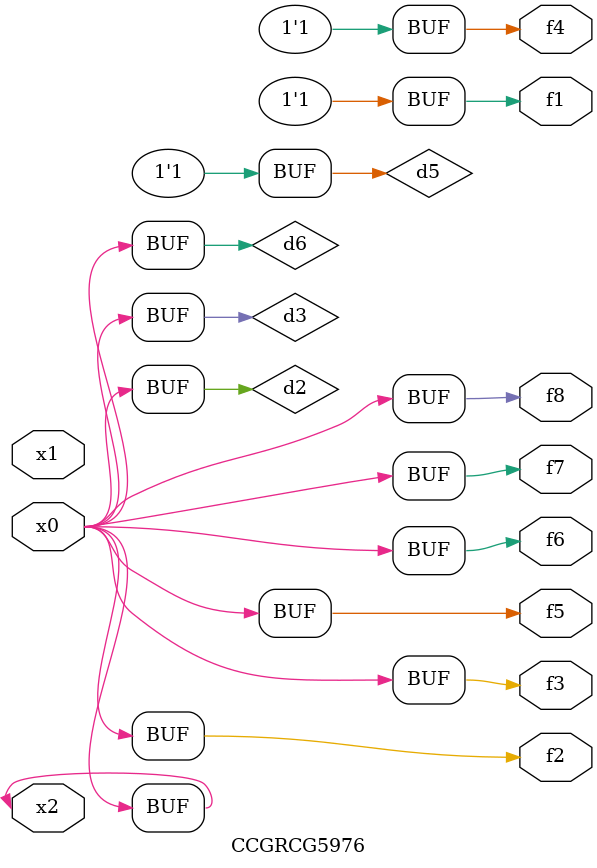
<source format=v>
module CCGRCG5976(
	input x0, x1, x2,
	output f1, f2, f3, f4, f5, f6, f7, f8
);

	wire d1, d2, d3, d4, d5, d6;

	xnor (d1, x2);
	buf (d2, x0, x2);
	and (d3, x0);
	xnor (d4, x1, x2);
	nand (d5, d1, d3);
	buf (d6, d2, d3);
	assign f1 = d5;
	assign f2 = d6;
	assign f3 = d6;
	assign f4 = d5;
	assign f5 = d6;
	assign f6 = d6;
	assign f7 = d6;
	assign f8 = d6;
endmodule

</source>
